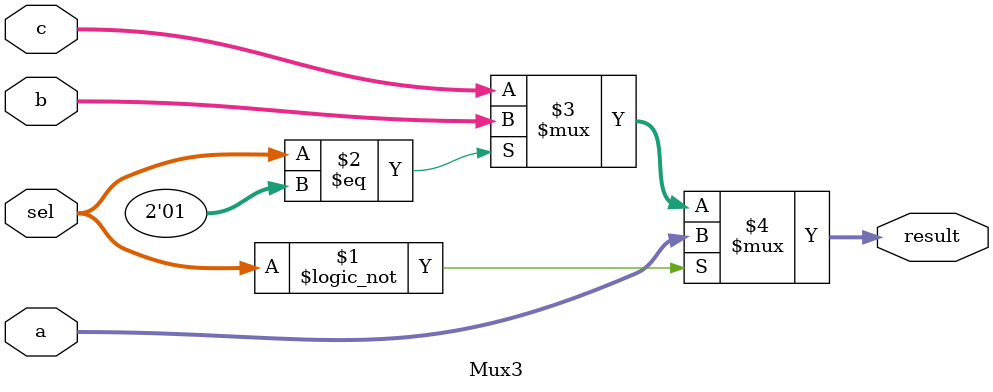
<source format=sv>
`timescale 1ns / 1ps


module Mux(
    input logic [31:0] a,
    input logic [31:0] b,
    input logic  sel,
    output logic [31:0] result
    );
    assign result = (sel) ? a : b;
endmodule

module Mux3(
    input logic [31:0] a,
    input logic [31:0] b,
    input logic [31:0] c,
    input logic  [1:0] sel,
    output logic [31:0] result
    );
    assign result = (sel == 2'b00) ? a :
                    (sel == 2'b01) ? b : c;
endmodule

</source>
